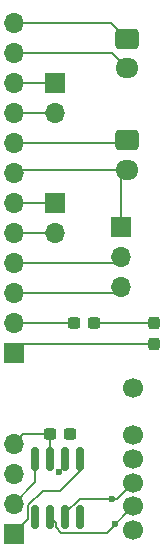
<source format=gbr>
%TF.GenerationSoftware,KiCad,Pcbnew,8.0.9-8.0.9-0~ubuntu22.04.1*%
%TF.CreationDate,2025-12-16T17:58:39+09:00*%
%TF.ProjectId,Jetson_Side_Expand_Board,4a657473-6f6e-45f5-9369-64655f457870,rev?*%
%TF.SameCoordinates,Original*%
%TF.FileFunction,Copper,L1,Top*%
%TF.FilePolarity,Positive*%
%FSLAX46Y46*%
G04 Gerber Fmt 4.6, Leading zero omitted, Abs format (unit mm)*
G04 Created by KiCad (PCBNEW 8.0.9-8.0.9-0~ubuntu22.04.1) date 2025-12-16 17:58:39*
%MOMM*%
%LPD*%
G01*
G04 APERTURE LIST*
G04 Aperture macros list*
%AMRoundRect*
0 Rectangle with rounded corners*
0 $1 Rounding radius*
0 $2 $3 $4 $5 $6 $7 $8 $9 X,Y pos of 4 corners*
0 Add a 4 corners polygon primitive as box body*
4,1,4,$2,$3,$4,$5,$6,$7,$8,$9,$2,$3,0*
0 Add four circle primitives for the rounded corners*
1,1,$1+$1,$2,$3*
1,1,$1+$1,$4,$5*
1,1,$1+$1,$6,$7*
1,1,$1+$1,$8,$9*
0 Add four rect primitives between the rounded corners*
20,1,$1+$1,$2,$3,$4,$5,0*
20,1,$1+$1,$4,$5,$6,$7,0*
20,1,$1+$1,$6,$7,$8,$9,0*
20,1,$1+$1,$8,$9,$2,$3,0*%
G04 Aperture macros list end*
%TA.AperFunction,ComponentPad*%
%ADD10R,1.700000X1.700000*%
%TD*%
%TA.AperFunction,ComponentPad*%
%ADD11O,1.700000X1.700000*%
%TD*%
%TA.AperFunction,ComponentPad*%
%ADD12C,1.700000*%
%TD*%
%TA.AperFunction,SMDPad,CuDef*%
%ADD13RoundRect,0.237500X0.237500X-0.287500X0.237500X0.287500X-0.237500X0.287500X-0.237500X-0.287500X0*%
%TD*%
%TA.AperFunction,SMDPad,CuDef*%
%ADD14RoundRect,0.237500X-0.300000X-0.237500X0.300000X-0.237500X0.300000X0.237500X-0.300000X0.237500X0*%
%TD*%
%TA.AperFunction,ComponentPad*%
%ADD15RoundRect,0.250000X-0.725000X0.600000X-0.725000X-0.600000X0.725000X-0.600000X0.725000X0.600000X0*%
%TD*%
%TA.AperFunction,ComponentPad*%
%ADD16O,1.950000X1.700000*%
%TD*%
%TA.AperFunction,SMDPad,CuDef*%
%ADD17RoundRect,0.150000X-0.150000X0.825000X-0.150000X-0.825000X0.150000X-0.825000X0.150000X0.825000X0*%
%TD*%
%TA.AperFunction,ViaPad*%
%ADD18C,0.600000*%
%TD*%
%TA.AperFunction,Conductor*%
%ADD19C,0.200000*%
%TD*%
G04 APERTURE END LIST*
D10*
%TO.P,J8,1,Pin_1*%
%TO.N,GND*%
X125222000Y-89677000D03*
D11*
%TO.P,J8,2,Pin_2*%
%TO.N,/UART2_TXD (DEBUG)*%
X125222000Y-92217000D03*
%TO.P,J8,3,Pin_3*%
%TO.N,/UART2_RXD (DEBUG)*%
X125222000Y-94757000D03*
%TD*%
D12*
%TO.P,J3,0*%
%TO.N,N/C*%
X126238000Y-115284000D03*
X126238000Y-103284000D03*
%TO.P,J3,1,Pin_1*%
%TO.N,unconnected-(J3-Pin_1-Pad1)*%
X126238000Y-107284000D03*
%TO.P,J3,2,Pin_2*%
%TO.N,unconnected-(J3-Pin_2-Pad2)*%
X126238000Y-109284000D03*
%TO.P,J3,3,Pin_3*%
%TO.N,/CAN+*%
X126238000Y-111284000D03*
%TO.P,J3,4,Pin_4*%
%TO.N,/CAN-*%
X126238000Y-113284000D03*
%TD*%
D13*
%TO.P,D1,1,K*%
%TO.N,/PC_LED-*%
X128016000Y-99554000D03*
%TO.P,D1,2,A*%
%TO.N,Net-(D1-A)*%
X128016000Y-97804000D03*
%TD*%
D14*
%TO.P,R1,1*%
%TO.N,/PC_LED+*%
X121211000Y-97790000D03*
%TO.P,R1,2*%
%TO.N,Net-(D1-A)*%
X122936000Y-97790000D03*
%TD*%
%TO.P,C1,1*%
%TO.N,+3.3V*%
X119179000Y-107188000D03*
%TO.P,C1,2*%
%TO.N,GND*%
X120904000Y-107188000D03*
%TD*%
D15*
%TO.P,J7,1,Pin_1*%
%TO.N,/SYS_RESET*%
X125730000Y-82296000D03*
D16*
%TO.P,J7,2,Pin_2*%
%TO.N,GND*%
X125730000Y-84796000D03*
%TD*%
D10*
%TO.P,J4,1,Pin_1*%
%TO.N,/Auto_Start2*%
X119634000Y-87625000D03*
D11*
%TO.P,J4,2,Pin_2*%
%TO.N,/Auto_Start1*%
X119634000Y-90165000D03*
%TD*%
D17*
%TO.P,U1,1,TXD*%
%TO.N,/CAN_TX*%
X121793000Y-109285000D03*
%TO.P,U1,2,GND*%
%TO.N,GND*%
X120523000Y-109285000D03*
%TO.P,U1,3,VCC*%
%TO.N,+3.3V*%
X119253000Y-109285000D03*
%TO.P,U1,4,RXD*%
%TO.N,/CAN_RX*%
X117983000Y-109285000D03*
%TO.P,U1,5,NC*%
%TO.N,unconnected-(U1-NC-Pad5)*%
X117983000Y-114235000D03*
%TO.P,U1,6,CANL*%
%TO.N,/CAN-*%
X119253000Y-114235000D03*
%TO.P,U1,7,CANH*%
%TO.N,/CAN+*%
X120523000Y-114235000D03*
%TO.P,U1,8,NC*%
%TO.N,unconnected-(U1-NC-Pad8)*%
X121793000Y-114235000D03*
%TD*%
D15*
%TO.P,J5,1,Pin_1*%
%TO.N,/SLEEP{slash}WAKE*%
X125730000Y-73700000D03*
D16*
%TO.P,J5,2,Pin_2*%
%TO.N,GND*%
X125730000Y-76200000D03*
%TD*%
D10*
%TO.P,J6,1,Pin_1*%
%TO.N,/FORCE_RECOVERY*%
X119634000Y-77465000D03*
D11*
%TO.P,J6,2,Pin_2*%
%TO.N,GND*%
X119634000Y-80005000D03*
%TD*%
D10*
%TO.P,J2,1,Pin_1*%
%TO.N,/CAN_TX*%
X116160000Y-115610000D03*
D11*
%TO.P,J2,2,Pin_2*%
%TO.N,/CAN_RX*%
X116160000Y-113070000D03*
%TO.P,J2,3,Pin_3*%
%TO.N,GND*%
X116160000Y-110530000D03*
%TO.P,J2,4,Pin_4*%
%TO.N,+3.3V*%
X116160000Y-107990000D03*
%TD*%
D10*
%TO.P,J1,1,Pin_1*%
%TO.N,/PC_LED-*%
X116160000Y-100330000D03*
D11*
%TO.P,J1,2,Pin_2*%
%TO.N,/PC_LED+*%
X116160000Y-97790000D03*
%TO.P,J1,3,Pin_3*%
%TO.N,/UART2_RXD (DEBUG)*%
X116160000Y-95250000D03*
%TO.P,J1,4,Pin_4*%
%TO.N,/UART2_TXD (DEBUG)*%
X116160000Y-92710000D03*
%TO.P,J1,5,Pin_5*%
%TO.N,/Auto_Start1*%
X116160000Y-90170000D03*
%TO.P,J1,6,Pin_6*%
%TO.N,/Auto_Start2*%
X116160000Y-87630000D03*
%TO.P,J1,7,Pin_7*%
%TO.N,GND*%
X116160000Y-85090000D03*
%TO.P,J1,8,Pin_8*%
%TO.N,/SYS_RESET*%
X116160000Y-82550000D03*
%TO.P,J1,9,Pin_9*%
%TO.N,GND*%
X116160000Y-80010000D03*
%TO.P,J1,10,Pin_10*%
%TO.N,/FORCE_RECOVERY*%
X116160000Y-77470000D03*
%TO.P,J1,11,Pin_11*%
%TO.N,GND*%
X116160000Y-74930000D03*
%TO.P,J1,12,Pin_12*%
%TO.N,/SLEEP{slash}WAKE*%
X116160000Y-72390000D03*
%TD*%
D18*
%TO.N,GND*%
X119974721Y-110422960D03*
%TO.N,/CAN-*%
X124714000Y-114808000D03*
%TO.N,/CAN+*%
X124460000Y-112675500D03*
%TD*%
D19*
%TO.N,+3.3V*%
X119253000Y-107262000D02*
X119179000Y-107188000D01*
X116962000Y-107188000D02*
X116160000Y-107990000D01*
X119179000Y-107188000D02*
X116962000Y-107188000D01*
X119253000Y-109285000D02*
X119253000Y-107262000D01*
%TO.N,GND*%
X116160000Y-74930000D02*
X124460000Y-74930000D01*
X120523000Y-109285000D02*
X120523000Y-109874681D01*
X125730000Y-84796000D02*
X116454000Y-84796000D01*
X120523000Y-109874681D02*
X119974721Y-110422960D01*
X125222000Y-85304000D02*
X125730000Y-84796000D01*
X125222000Y-89677000D02*
X125222000Y-85304000D01*
X116165000Y-80005000D02*
X116160000Y-80010000D01*
X116454000Y-84796000D02*
X116160000Y-85090000D01*
X119634000Y-80005000D02*
X116165000Y-80005000D01*
X124460000Y-74930000D02*
X125730000Y-76200000D01*
%TO.N,Net-(D1-A)*%
X122936000Y-97790000D02*
X128002000Y-97790000D01*
X128002000Y-97790000D02*
X128016000Y-97804000D01*
%TO.N,/PC_LED-*%
X128016000Y-99554000D02*
X116936000Y-99554000D01*
X116936000Y-99554000D02*
X116160000Y-100330000D01*
%TO.N,/UART2_TXD (DEBUG)*%
X124729000Y-92710000D02*
X125222000Y-92217000D01*
X116160000Y-92710000D02*
X124729000Y-92710000D01*
%TO.N,/PC_LED+*%
X116160000Y-97790000D02*
X121211000Y-97790000D01*
%TO.N,/Auto_Start2*%
X119629000Y-87630000D02*
X119634000Y-87625000D01*
X116160000Y-87630000D02*
X119629000Y-87630000D01*
%TO.N,/SYS_RESET*%
X116160000Y-82550000D02*
X125476000Y-82550000D01*
X125476000Y-82550000D02*
X125730000Y-82296000D01*
%TO.N,/UART2_RXD (DEBUG)*%
X124729000Y-95250000D02*
X125222000Y-94757000D01*
X116160000Y-95250000D02*
X124729000Y-95250000D01*
%TO.N,/FORCE_RECOVERY*%
X116165000Y-77465000D02*
X116160000Y-77470000D01*
X119634000Y-77465000D02*
X116165000Y-77465000D01*
%TO.N,/SLEEP{slash}WAKE*%
X116160000Y-72390000D02*
X124420000Y-72390000D01*
X124420000Y-72390000D02*
X125730000Y-73700000D01*
%TO.N,/Auto_Start1*%
X116160000Y-90170000D02*
X119629000Y-90170000D01*
X119629000Y-90170000D02*
X119634000Y-90165000D01*
%TO.N,/CAN_RX*%
X117983000Y-111247000D02*
X117983000Y-109285000D01*
X116160000Y-113070000D02*
X117983000Y-111247000D01*
%TO.N,/CAN_TX*%
X116160000Y-115610000D02*
X117383000Y-114387000D01*
X118588448Y-112014000D02*
X120038999Y-112014000D01*
X117383000Y-114387000D02*
X117383000Y-113219448D01*
X120038999Y-112014000D02*
X121793000Y-110259999D01*
X117383000Y-113219448D02*
X118588448Y-112014000D01*
X121793000Y-110259999D02*
X121793000Y-109285000D01*
%TO.N,/CAN-*%
X120182448Y-115510000D02*
X124012000Y-115510000D01*
X119253000Y-114235000D02*
X119703000Y-114685000D01*
X119703000Y-114685000D02*
X119703000Y-115030552D01*
X119703000Y-115030552D02*
X120182448Y-115510000D01*
X124012000Y-115510000D02*
X126238000Y-113284000D01*
%TO.N,/CAN+*%
X124460000Y-112675500D02*
X124846500Y-112675500D01*
X124460000Y-112675500D02*
X124433500Y-112649000D01*
X124433500Y-112649000D02*
X121763448Y-112649000D01*
X121763448Y-112649000D02*
X120523000Y-113889448D01*
X124846500Y-112675500D02*
X126238000Y-111284000D01*
X120523000Y-113889448D02*
X120523000Y-114235000D01*
%TD*%
M02*

</source>
